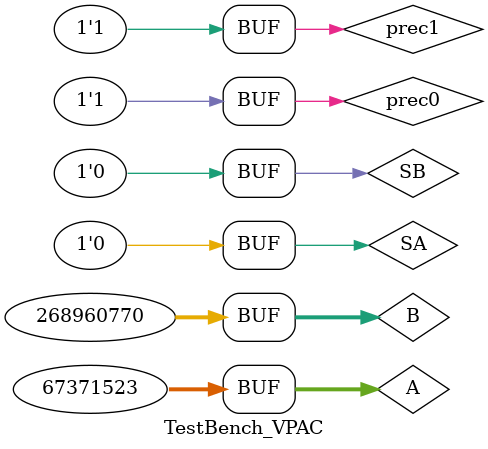
<source format=v>
`timescale 1ns / 1ps


module TestBench_VPAC;

	// Inputs
	reg [31:0] A;
	reg [31:0] B;
	reg SA;
	reg SB;
	reg prec1;
	reg prec0;

	// Outputs
	wire [63:0] OUT;

	// Instantiate the Unit Under Test (UUT)
	VariablePrecisionMultiplier uut (
		.A(A), 
		.B(B), 
		.SA(SA), 
		.SB(SB), 
		.prec1(prec1), 
		.prec0(prec0), 
		.OUT(OUT)
	);

	initial begin
		// Initialize Inputs
		A = 0;
		B = 0;
		SA = 0;
		SB = 0;
		prec1 = 0;
		prec0 = 0;

		// Wait 100 ns for global reset to finish
		#100;
        
		// Add stimulus here
			 A = 32'b00000000000000000000000000000011; B = 32'b00000000000000000000000000000010; SA = 0; SB = 0; prec1 = 0; prec0 = 0;
		#500 A = 32'b10000000000000000000000000000011; B = 32'b00000000000000000000000000000010; SA = 0; SB = 0; prec1 = 0; prec0 = 0;
		#500 A = 32'b10000000000000000000000000000011; B = 32'b00000000000000000000000000000010; SA = 1; SB = 0; prec1 = 0; prec0 = 0;
		#500 A = 32'b00000000000000000000000000000011; B = 32'b10000000000000000000000000000010; SA = 0; SB = 1; prec1 = 0; prec0 = 0;
		#500 A = 32'b00001100000000000000000000000011; B = 32'b00000000000000000000000000000010; SA = 0; SB = 0; prec1 = 0; prec0 = 1;
		#500 A = 32'b00000000011000000000000110000011; B = 32'b00000000010000000000000000000010; SA = 0; SB = 0; prec1 = 1; prec0 = 0;
		#500 A = 32'b00000100000001000000001000000011; B = 32'b00010000000010000000010000000010; SA = 0; SB = 0; prec1 = 1; prec0 = 1;
	end
      
endmodule


</source>
